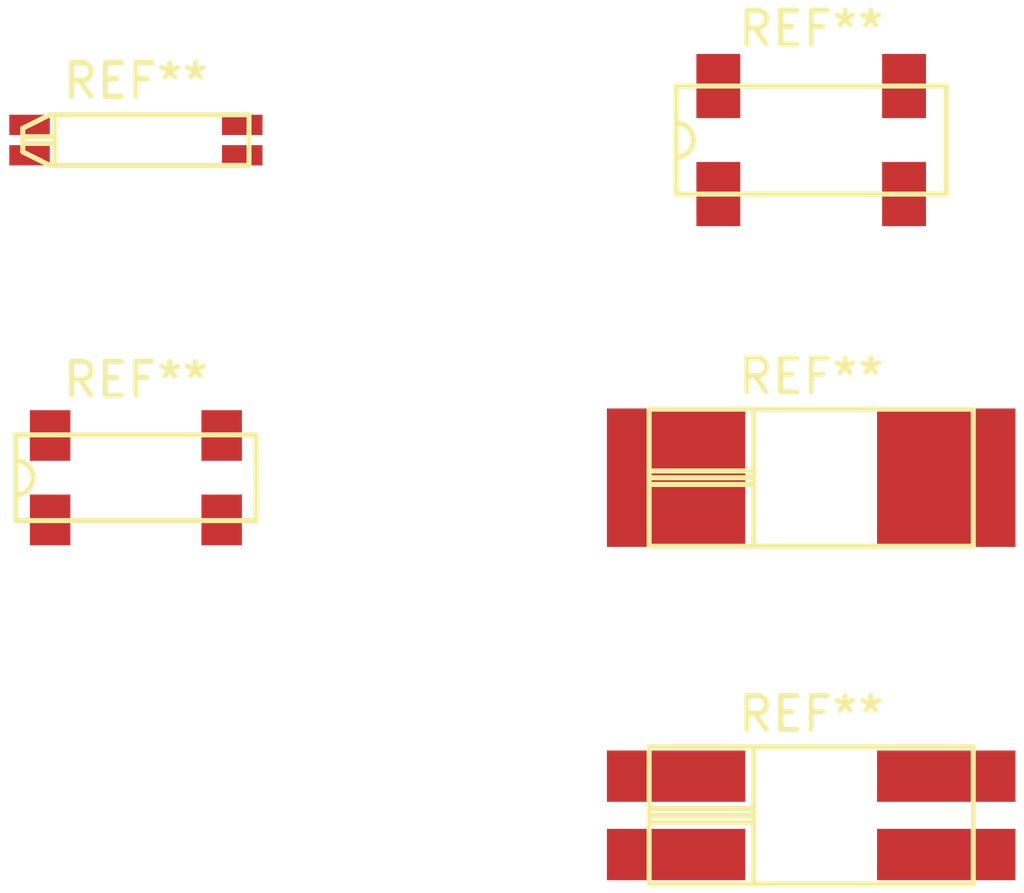
<source format=kicad_pcb>
(kicad_pcb (version 4) (host pcbnew 4.0.2-1.fc23-product)

  (general
    (links 0)
    (no_connects 0)
    (area 95.774999 55.575 126.525001 82.505001)
    (thickness 1.6)
    (drawings 0)
    (tracks 0)
    (zones 0)
    (modules 5)
    (nets 1)
  )

  (page A4)
  (layers
    (0 F.Cu signal)
    (31 B.Cu signal)
    (32 B.Adhes user)
    (33 F.Adhes user)
    (34 B.Paste user)
    (35 F.Paste user)
    (36 B.SilkS user)
    (37 F.SilkS user)
    (38 B.Mask user)
    (39 F.Mask user)
    (40 Dwgs.User user)
    (41 Cmts.User user)
    (42 Eco1.User user)
    (43 Eco2.User user)
    (44 Edge.Cuts user)
    (45 Margin user)
    (46 B.CrtYd user)
    (47 F.CrtYd user)
    (48 B.Fab user)
    (49 F.Fab user)
  )

  (setup
    (last_trace_width 0.25)
    (trace_clearance 0.2)
    (zone_clearance 0.508)
    (zone_45_only no)
    (trace_min 0.2)
    (segment_width 0.2)
    (edge_width 0.1)
    (via_size 0.6)
    (via_drill 0.4)
    (via_min_size 0.4)
    (via_min_drill 0.3)
    (uvia_size 0.3)
    (uvia_drill 0.1)
    (uvias_allowed no)
    (uvia_min_size 0.2)
    (uvia_min_drill 0.1)
    (pcb_text_width 0.3)
    (pcb_text_size 1.5 1.5)
    (mod_edge_width 0.15)
    (mod_text_size 1 1)
    (mod_text_width 0.15)
    (pad_size 1.5 1.5)
    (pad_drill 0.6)
    (pad_to_mask_clearance 0)
    (aux_axis_origin 0 0)
    (visible_elements FFFFFF7F)
    (pcbplotparams
      (layerselection 0x00030_80000001)
      (usegerberextensions false)
      (excludeedgelayer true)
      (linewidth 0.100000)
      (plotframeref false)
      (viasonmask false)
      (mode 1)
      (useauxorigin false)
      (hpglpennumber 1)
      (hpglpenspeed 20)
      (hpglpendiameter 15)
      (hpglpenoverlay 2)
      (psnegative false)
      (psa4output false)
      (plotreference true)
      (plotvalue true)
      (plotinvisibletext false)
      (padsonsilk false)
      (subtractmaskfromsilk false)
      (outputformat 1)
      (mirror false)
      (drillshape 1)
      (scaleselection 1)
      (outputdirectory ""))
  )

  (net 0 "")

  (net_class Default "Это класс цепей по умолчанию."
    (clearance 0.2)
    (trace_width 0.25)
    (via_dia 0.6)
    (via_drill 0.4)
    (uvia_dia 0.3)
    (uvia_drill 0.1)
  )

  (module Crystals:MC-146 (layer F.Cu) (tedit 572DAF80) (tstamp 572DB15D)
    (at 100 60)
    (descr https://support.epson.biz/td/api/doc_check.php?dl=brief_MC-146_en.pdf)
    (tags "Epson 32.768kHz crystal oscillator")
    (fp_text reference REF** (at 0 -1.75 180) (layer F.SilkS)
      (effects (font (size 1 1) (thickness 0.15)))
    )
    (fp_text value MC-146 (at 0 0) (layer F.Fab)
      (effects (font (size 1 1) (thickness 0.15)))
    )
    (fp_line (start 4 1) (end 4 -1) (layer F.CrtYd) (width 0.05))
    (fp_line (start 4 -1) (end -4 -1) (layer F.CrtYd) (width 0.05))
    (fp_line (start -4 -1) (end -4 1) (layer F.CrtYd) (width 0.05))
    (fp_line (start -4 1) (end 4 1) (layer F.CrtYd) (width 0.05))
    (fp_line (start -3.35 0.1) (end -2.4 0.1) (layer F.SilkS) (width 0.15))
    (fp_line (start -3.35 -0.1) (end -2.4 -0.1) (layer F.SilkS) (width 0.15))
    (fp_line (start -2.4 -0.75) (end -2.4 0.75) (layer F.SilkS) (width 0.15))
    (fp_line (start -3.35 0.35) (end -2.55 0.75) (layer F.SilkS) (width 0.15))
    (fp_line (start -3.35 -0.35) (end -2.55 -0.75) (layer F.SilkS) (width 0.15))
    (fp_line (start 3.35 -0.75) (end 3.35 0.75) (layer F.SilkS) (width 0.15))
    (fp_line (start -3.35 0.35) (end -3.35 -0.35) (layer F.SilkS) (width 0.15))
    (fp_line (start 3.35 -0.75) (end -2.55 -0.75) (layer F.SilkS) (width 0.15))
    (fp_line (start -2.55 0.75) (end 3.35 0.75) (layer F.SilkS) (width 0.15))
    (pad 1 smd rect (at -3.15 0.45) (size 1.2 0.6) (layers F.Cu F.Paste F.Mask))
    (pad 2 smd rect (at 3.15 0.45) (size 1.2 0.6) (layers F.Cu F.Paste F.Mask))
    (pad 3 smd rect (at 3.15 -0.45) (size 1.2 0.6) (layers F.Cu F.Paste F.Mask))
    (pad 4 smd rect (at -3.15 -0.45) (size 1.2 0.6) (layers F.Cu F.Paste F.Mask))
    (model Crystals.3dshapes/MC-146.wrl
      (at (xyz 0 0 0))
      (scale (xyz 1 1 1))
      (rotate (xyz 0 0 0))
    )
  )

  (module Crystals:MC-156 (layer F.Cu) (tedit 572DACC5) (tstamp 572DB182)
    (at 100 70)
    (descr https://support.epson.biz/td/api/doc_check.php?dl=brief_MC-156_en.pdf)
    (tags "Epson 32.768kHz crystal oscillator")
    (fp_text reference REF** (at 0 -2.9 180) (layer F.SilkS)
      (effects (font (size 1 1) (thickness 0.15)))
    )
    (fp_text value MC-156 (at 0 0) (layer F.Fab)
      (effects (font (size 1 1) (thickness 0.15)))
    )
    (fp_line (start -3.8 -2.25) (end 3.8 -2.25) (layer F.CrtYd) (width 0.05))
    (fp_line (start 3.8 -2.25) (end 3.8 2.25) (layer F.CrtYd) (width 0.05))
    (fp_line (start 3.8 2.25) (end -3.8 2.25) (layer F.CrtYd) (width 0.05))
    (fp_line (start -3.8 2.25) (end -3.8 -2.25) (layer F.CrtYd) (width 0.05))
    (fp_line (start 3.556 -1.27) (end 3.556 1.27) (layer F.SilkS) (width 0.15))
    (fp_line (start -3.556 1.27) (end -3.556 -1.27) (layer F.SilkS) (width 0.15))
    (fp_arc (start -3.556 0) (end -3.556 -0.508) (angle 180) (layer F.SilkS) (width 0.15))
    (fp_line (start 3.556 -1.27) (end -3.556 -1.27) (layer F.SilkS) (width 0.15))
    (fp_line (start -3.556 1.27) (end 3.556 1.27) (layer F.SilkS) (width 0.15))
    (pad 1 smd rect (at -2.54 1.25) (size 1.2 1.5) (layers F.Cu F.Paste F.Mask))
    (pad 2 smd rect (at 2.54 1.25) (size 1.2 1.5) (layers F.Cu F.Paste F.Mask))
    (pad 3 smd rect (at 2.54 -1.25) (size 1.2 1.5) (layers F.Cu F.Paste F.Mask))
    (pad 4 smd rect (at -2.54 -1.25) (size 1.2 1.5) (layers F.Cu F.Paste F.Mask))
    (model Crystals.3dshapes/MC-156.wrl
      (at (xyz 0 0 0))
      (scale (xyz 1 1 1))
      (rotate (xyz 0 0 0))
    )
  )

  (module Crystals:MC-306 (layer F.Cu) (tedit 572DA957) (tstamp 572DB247)
    (at 120 60)
    (descr https://support.epson.biz/td/api/doc_check.php?dl=brief_MC-306_en.pdf)
    (tags "Epson 32.768kHz crystal oscillator")
    (fp_text reference REF** (at 0 -3.3) (layer F.SilkS)
      (effects (font (size 1 1) (thickness 0.15)))
    )
    (fp_text value MC-306 (at 0 0) (layer F.Fab)
      (effects (font (size 1 1) (thickness 0.15)))
    )
    (fp_line (start -4.25 -2.8) (end -4.25 2.8) (layer F.CrtYd) (width 0.05))
    (fp_line (start -4.25 2.8) (end 4.25 2.8) (layer F.CrtYd) (width 0.05))
    (fp_line (start 4.25 2.8) (end 4.25 -2.8) (layer F.CrtYd) (width 0.05))
    (fp_line (start -4.25 -2.8) (end 4.25 -2.8) (layer F.CrtYd) (width 0.05))
    (fp_line (start 4 -1.6) (end 4 1.6) (layer F.SilkS) (width 0.15))
    (fp_line (start -4 1.6) (end -4 -1.6) (layer F.SilkS) (width 0.15))
    (fp_arc (start -4 0) (end -4 -0.508) (angle 180) (layer F.SilkS) (width 0.15))
    (fp_line (start 4 -1.6) (end -4 -1.6) (layer F.SilkS) (width 0.15))
    (fp_line (start -4 1.6) (end 4 1.6) (layer F.SilkS) (width 0.15))
    (pad 1 smd rect (at -2.75 1.6) (size 1.3 1.9) (layers F.Cu F.Paste F.Mask))
    (pad 2 smd rect (at 2.75 1.6) (size 1.3 1.9) (layers F.Cu F.Paste F.Mask))
    (pad 3 smd rect (at 2.75 -1.6) (size 1.3 1.9) (layers F.Cu F.Paste F.Mask))
    (pad 4 smd rect (at -2.75 -1.6) (size 1.3 1.9) (layers F.Cu F.Paste F.Mask))
    (model Crystals.3dshapes/MC-306.wrl
      (at (xyz 0 0 0))
      (scale (xyz 1 1 1))
      (rotate (xyz 0 0 0))
    )
  )

  (module Crystals:MC-405 (layer F.Cu) (tedit 572DAB36) (tstamp 572DB28B)
    (at 120 70)
    (descr https://support.epson.biz/td/api/doc_check.php?dl=brief_MC-405_en.pdf)
    (tags "Epson 32.768kHz crystal oscillator")
    (fp_text reference REF** (at 0 -3) (layer F.SilkS)
      (effects (font (size 1 1) (thickness 0.15)))
    )
    (fp_text value MC-405 (at 0 0) (layer F.Fab)
      (effects (font (size 1 1) (thickness 0.15)))
    )
    (fp_line (start -6.3 -2.28) (end 6.3 -2.28) (layer F.CrtYd) (width 0.05))
    (fp_line (start 6.3 -2.28) (end 6.3 2.28) (layer F.CrtYd) (width 0.05))
    (fp_line (start 6.3 2.28) (end -6.3 2.28) (layer F.CrtYd) (width 0.05))
    (fp_line (start -6.3 2.28) (end -6.3 -2.28) (layer F.CrtYd) (width 0.05))
    (fp_line (start -4.8 0.2) (end -1.7 0.2) (layer F.SilkS) (width 0.15))
    (fp_line (start -4.8 -0.2) (end -1.7 -0.2) (layer F.SilkS) (width 0.15))
    (fp_line (start -4.8 0) (end -1.7 0) (layer F.SilkS) (width 0.15))
    (fp_line (start -1.7 2) (end -1.7 -2) (layer F.SilkS) (width 0.15))
    (fp_line (start 4.8 -2.03) (end 4.8 2.03) (layer F.SilkS) (width 0.15))
    (fp_line (start -4.8 2.03) (end -4.8 -2.03) (layer F.SilkS) (width 0.15))
    (fp_line (start 4.8 -2.03) (end -4.8 -2.03) (layer F.SilkS) (width 0.15))
    (fp_line (start -4.8 2.03) (end 4.8 2.03) (layer F.SilkS) (width 0.15))
    (pad 1 smd rect (at -4 0) (size 4.1 4.1) (layers F.Cu F.Paste F.Mask))
    (pad 2 smd rect (at 4 0) (size 4.1 4.1) (layers F.Cu F.Paste F.Mask))
    (model Crystals.3dshapes/MC-405.wrl
      (at (xyz 0 0 0))
      (scale (xyz 1 1 1))
      (rotate (xyz 0 0 0))
    )
  )

  (module Crystals:MC-406 (layer F.Cu) (tedit 572DAB09) (tstamp 572DB2C2)
    (at 120 80)
    (descr https://support.epson.biz/td/api/doc_check.php?dl=brief_MC-406_en.pdf)
    (tags "Epson 32.768kHz crystal oscillator")
    (fp_text reference REF** (at 0 -3) (layer F.SilkS)
      (effects (font (size 1 1) (thickness 0.15)))
    )
    (fp_text value MC-406 (at 0 0) (layer F.Fab)
      (effects (font (size 1 1) (thickness 0.15)))
    )
    (fp_line (start -6.3 -2.28) (end 6.3 -2.28) (layer F.CrtYd) (width 0.05))
    (fp_line (start 6.3 -2.28) (end 6.3 2.28) (layer F.CrtYd) (width 0.05))
    (fp_line (start 6.3 2.28) (end -6.3 2.28) (layer F.CrtYd) (width 0.05))
    (fp_line (start -6.3 2.28) (end -6.3 -2.28) (layer F.CrtYd) (width 0.05))
    (fp_line (start -4.8 0.2) (end -1.7 0.2) (layer F.SilkS) (width 0.15))
    (fp_line (start -4.8 -0.2) (end -1.7 -0.2) (layer F.SilkS) (width 0.15))
    (fp_line (start -4.8 0) (end -1.7 0) (layer F.SilkS) (width 0.15))
    (fp_line (start -1.7 2) (end -1.7 -2) (layer F.SilkS) (width 0.15))
    (fp_line (start 4.8 -2.03) (end 4.8 2.03) (layer F.SilkS) (width 0.15))
    (fp_line (start -4.8 2.03) (end -4.8 -2.03) (layer F.SilkS) (width 0.15))
    (fp_line (start 4.8 -2.03) (end -4.8 -2.03) (layer F.SilkS) (width 0.15))
    (fp_line (start -4.8 2.03) (end 4.8 2.03) (layer F.SilkS) (width 0.15))
    (pad 1 smd rect (at -4 1.16) (size 4.1 1.52) (layers F.Cu F.Paste F.Mask))
    (pad 2 smd rect (at 4 1.16) (size 4.1 1.52) (layers F.Cu F.Paste F.Mask))
    (pad 3 smd rect (at 4 -1.16) (size 4.1 1.52) (layers F.Cu F.Paste F.Mask))
    (pad 4 smd rect (at -4 -1.16) (size 4.1 1.52) (layers F.Cu F.Paste F.Mask))
    (model Crystals.3dshapes/MC-406.wrl
      (at (xyz 0 0 0))
      (scale (xyz 1 1 1))
      (rotate (xyz 0 0 0))
    )
  )

)

</source>
